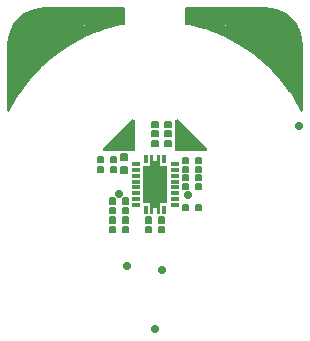
<source format=gbr>
G04 EAGLE Gerber RS-274X export*
G75*
%MOMM*%
%FSLAX34Y34*%
%LPD*%
%INSoldermask Top*%
%IPPOS*%
%AMOC8*
5,1,8,0,0,1.08239X$1,22.5*%
G01*
%ADD10C,0.200000*%
%ADD11C,0.500000*%
%ADD12C,0.150000*%
%ADD13R,0.340000X0.700000*%
%ADD14R,0.700000X0.340000*%
%ADD15C,0.140000*%
%ADD16C,0.704800*%
%ADD17C,2.100000*%
%ADD18C,1.375000*%

G36*
X4100Y189809D02*
X4100Y189809D01*
X4128Y189809D01*
X4237Y189839D01*
X4348Y189863D01*
X4373Y189877D01*
X4400Y189884D01*
X4496Y189944D01*
X4596Y189998D01*
X4616Y190018D01*
X4640Y190032D01*
X4716Y190116D01*
X4796Y190196D01*
X4810Y190221D01*
X4829Y190242D01*
X4878Y190344D01*
X4933Y190443D01*
X4939Y190469D01*
X4952Y190495D01*
X4971Y190620D01*
X4998Y190744D01*
X5458Y198940D01*
X6824Y206977D01*
X9080Y214811D01*
X12200Y222343D01*
X16144Y229478D01*
X20861Y236127D01*
X26294Y242206D01*
X32373Y247639D01*
X39022Y252356D01*
X46157Y256300D01*
X53689Y259420D01*
X61523Y261676D01*
X69560Y263042D01*
X77728Y263501D01*
X102000Y263501D01*
X102064Y263510D01*
X102128Y263509D01*
X102203Y263530D01*
X102279Y263541D01*
X102338Y263567D01*
X102400Y263584D01*
X102466Y263625D01*
X102536Y263657D01*
X102585Y263699D01*
X102640Y263732D01*
X102692Y263790D01*
X102750Y263840D01*
X102786Y263894D01*
X102829Y263942D01*
X102862Y264011D01*
X102905Y264076D01*
X102924Y264138D01*
X102952Y264195D01*
X102963Y264265D01*
X102987Y264346D01*
X102988Y264431D01*
X102999Y264500D01*
X102999Y277000D01*
X102990Y277064D01*
X102991Y277128D01*
X102970Y277203D01*
X102959Y277279D01*
X102933Y277338D01*
X102916Y277400D01*
X102875Y277466D01*
X102843Y277536D01*
X102801Y277585D01*
X102768Y277640D01*
X102710Y277692D01*
X102660Y277750D01*
X102606Y277786D01*
X102558Y277829D01*
X102489Y277862D01*
X102424Y277905D01*
X102362Y277924D01*
X102305Y277952D01*
X102235Y277963D01*
X102154Y277987D01*
X102069Y277988D01*
X102000Y277999D01*
X34000Y277999D01*
X33962Y277994D01*
X33929Y277997D01*
X29659Y277691D01*
X29583Y277675D01*
X29518Y277671D01*
X25336Y276761D01*
X25263Y276734D01*
X25199Y276721D01*
X21188Y275225D01*
X21120Y275188D01*
X21059Y275166D01*
X17302Y273115D01*
X17240Y273068D01*
X17182Y273038D01*
X13755Y270472D01*
X13700Y270418D01*
X13648Y270379D01*
X10621Y267352D01*
X10574Y267290D01*
X10528Y267245D01*
X7962Y263818D01*
X7925Y263750D01*
X7885Y263698D01*
X5834Y259941D01*
X5807Y259869D01*
X5775Y259812D01*
X4279Y255801D01*
X4262Y255725D01*
X4239Y255664D01*
X3329Y251482D01*
X3323Y251404D01*
X3309Y251341D01*
X3003Y247071D01*
X3006Y247033D01*
X3001Y247000D01*
X3001Y190800D01*
X3017Y190688D01*
X3026Y190575D01*
X3037Y190549D01*
X3041Y190521D01*
X3087Y190418D01*
X3128Y190312D01*
X3145Y190289D01*
X3157Y190264D01*
X3230Y190178D01*
X3299Y190088D01*
X3322Y190071D01*
X3340Y190050D01*
X3435Y189988D01*
X3526Y189920D01*
X3553Y189911D01*
X3576Y189895D01*
X3684Y189862D01*
X3791Y189823D01*
X3819Y189821D01*
X3846Y189813D01*
X3959Y189811D01*
X4072Y189803D01*
X4100Y189809D01*
G37*
G36*
X252015Y189810D02*
X252015Y189810D01*
X252128Y189809D01*
X252155Y189816D01*
X252183Y189818D01*
X252290Y189854D01*
X252400Y189884D01*
X252424Y189899D01*
X252450Y189908D01*
X252543Y189973D01*
X252640Y190032D01*
X252659Y190053D01*
X252682Y190069D01*
X252753Y190157D01*
X252829Y190242D01*
X252841Y190267D01*
X252859Y190289D01*
X252902Y190394D01*
X252952Y190495D01*
X252956Y190522D01*
X252967Y190549D01*
X252980Y190675D01*
X252999Y190800D01*
X252999Y247000D01*
X252994Y247038D01*
X252997Y247071D01*
X252691Y251341D01*
X252675Y251417D01*
X252671Y251482D01*
X251761Y255664D01*
X251734Y255737D01*
X251721Y255801D01*
X250225Y259812D01*
X250188Y259880D01*
X250166Y259941D01*
X248115Y263698D01*
X248068Y263760D01*
X248038Y263818D01*
X245472Y267245D01*
X245418Y267300D01*
X245379Y267352D01*
X242352Y270379D01*
X242290Y270426D01*
X242245Y270472D01*
X238818Y273038D01*
X238750Y273075D01*
X238698Y273115D01*
X234941Y275166D01*
X234869Y275193D01*
X234812Y275225D01*
X230801Y276721D01*
X230725Y276738D01*
X230664Y276761D01*
X226482Y277671D01*
X226404Y277677D01*
X226341Y277691D01*
X222071Y277997D01*
X222033Y277994D01*
X222000Y277999D01*
X154000Y277999D01*
X153936Y277990D01*
X153872Y277991D01*
X153797Y277970D01*
X153721Y277959D01*
X153662Y277933D01*
X153600Y277916D01*
X153534Y277875D01*
X153464Y277843D01*
X153415Y277801D01*
X153360Y277768D01*
X153308Y277710D01*
X153250Y277660D01*
X153214Y277606D01*
X153171Y277558D01*
X153138Y277489D01*
X153095Y277424D01*
X153076Y277362D01*
X153048Y277305D01*
X153037Y277235D01*
X153013Y277154D01*
X153012Y277069D01*
X153001Y277000D01*
X153001Y264500D01*
X153010Y264436D01*
X153009Y264372D01*
X153030Y264297D01*
X153041Y264221D01*
X153067Y264162D01*
X153084Y264100D01*
X153125Y264034D01*
X153157Y263964D01*
X153199Y263915D01*
X153232Y263860D01*
X153290Y263808D01*
X153340Y263750D01*
X153394Y263714D01*
X153442Y263671D01*
X153511Y263638D01*
X153576Y263595D01*
X153638Y263576D01*
X153695Y263548D01*
X153765Y263537D01*
X153846Y263513D01*
X153931Y263512D01*
X154000Y263501D01*
X178272Y263501D01*
X186440Y263042D01*
X194477Y261676D01*
X202311Y259420D01*
X209843Y256300D01*
X216978Y252356D01*
X223627Y247639D01*
X229706Y242206D01*
X235139Y236127D01*
X239856Y229478D01*
X243800Y222343D01*
X246920Y214811D01*
X249176Y206977D01*
X250542Y198940D01*
X251002Y190744D01*
X251025Y190633D01*
X251041Y190521D01*
X251052Y190495D01*
X251058Y190467D01*
X251110Y190367D01*
X251157Y190264D01*
X251175Y190242D01*
X251188Y190217D01*
X251267Y190136D01*
X251340Y190050D01*
X251364Y190034D01*
X251383Y190014D01*
X251481Y189957D01*
X251576Y189895D01*
X251603Y189887D01*
X251628Y189873D01*
X251738Y189846D01*
X251846Y189813D01*
X251874Y189812D01*
X251901Y189806D01*
X252015Y189810D01*
G37*
G36*
X126505Y103374D02*
X126505Y103374D01*
X126505Y103375D01*
X126505Y108620D01*
X129495Y108620D01*
X129495Y103375D01*
X129499Y103370D01*
X129500Y103370D01*
X132000Y103370D01*
X132005Y103374D01*
X132005Y103375D01*
X132005Y112620D01*
X138500Y112620D01*
X138505Y112624D01*
X138505Y112625D01*
X138505Y143625D01*
X138501Y143630D01*
X138500Y143630D01*
X132005Y143630D01*
X132005Y152875D01*
X132001Y152880D01*
X132000Y152880D01*
X129500Y152880D01*
X129495Y152876D01*
X129495Y152875D01*
X129495Y147630D01*
X126505Y147630D01*
X126505Y152875D01*
X126501Y152880D01*
X126500Y152880D01*
X124000Y152880D01*
X123995Y152876D01*
X123995Y152875D01*
X123995Y143630D01*
X117500Y143630D01*
X117495Y143626D01*
X117495Y143625D01*
X117495Y112625D01*
X117499Y112620D01*
X117500Y112620D01*
X123995Y112620D01*
X123995Y103375D01*
X123999Y103370D01*
X124000Y103370D01*
X126500Y103370D01*
X126505Y103374D01*
G37*
G36*
X109100Y156120D02*
X109100Y156120D01*
X109101Y156120D01*
X109618Y156188D01*
X109619Y156189D01*
X109620Y156189D01*
X110102Y156388D01*
X110102Y156389D01*
X110103Y156389D01*
X110517Y156707D01*
X110517Y156708D01*
X110518Y156708D01*
X110836Y157122D01*
X110836Y157123D01*
X110837Y157123D01*
X111036Y157605D01*
X111036Y157606D01*
X111037Y157607D01*
X111105Y158124D01*
X111105Y158125D01*
X111105Y181297D01*
X111019Y181878D01*
X111018Y181879D01*
X110767Y182410D01*
X110767Y182411D01*
X110372Y182846D01*
X110371Y182847D01*
X109868Y183149D01*
X109867Y183148D01*
X109867Y183149D01*
X109297Y183292D01*
X109296Y183291D01*
X109296Y183292D01*
X109240Y183289D01*
X109239Y183289D01*
X109139Y183284D01*
X109138Y183284D01*
X109038Y183279D01*
X109037Y183279D01*
X108937Y183274D01*
X108936Y183274D01*
X108835Y183269D01*
X108734Y183264D01*
X108710Y183263D01*
X108709Y183262D01*
X108708Y183263D01*
X108156Y183065D01*
X108155Y183064D01*
X108154Y183064D01*
X107683Y182715D01*
X107683Y182714D01*
X107682Y182714D01*
X84511Y159543D01*
X84511Y159542D01*
X84510Y159542D01*
X84161Y159071D01*
X84161Y159070D01*
X84160Y159070D01*
X83962Y158517D01*
X83963Y158516D01*
X83962Y158516D01*
X83962Y158515D01*
X83933Y157929D01*
X83934Y157928D01*
X83933Y157928D01*
X84076Y157358D01*
X84077Y157358D01*
X84076Y157357D01*
X84378Y156854D01*
X84379Y156853D01*
X84814Y156458D01*
X84815Y156458D01*
X85346Y156207D01*
X85347Y156207D01*
X85347Y156206D01*
X85928Y156120D01*
X109100Y156120D01*
X109100Y156120D01*
G37*
G36*
X170072Y156120D02*
X170072Y156120D01*
X170653Y156206D01*
X170654Y156207D01*
X171185Y156458D01*
X171186Y156458D01*
X171621Y156853D01*
X171621Y156854D01*
X171622Y156854D01*
X171924Y157357D01*
X171923Y157358D01*
X171924Y157358D01*
X172067Y157928D01*
X172066Y157928D01*
X172066Y157929D01*
X172067Y157929D01*
X172038Y158515D01*
X172037Y158516D01*
X172038Y158517D01*
X171840Y159070D01*
X171839Y159070D01*
X171839Y159071D01*
X171490Y159542D01*
X171489Y159542D01*
X171489Y159543D01*
X148318Y182714D01*
X148317Y182714D01*
X148317Y182715D01*
X147846Y183064D01*
X147845Y183064D01*
X147845Y183065D01*
X147292Y183263D01*
X147291Y183262D01*
X147290Y183263D01*
X147266Y183264D01*
X147165Y183269D01*
X147064Y183274D01*
X147063Y183274D01*
X146963Y183279D01*
X146962Y183279D01*
X146862Y183284D01*
X146861Y183284D01*
X146761Y183289D01*
X146760Y183289D01*
X146704Y183292D01*
X146703Y183291D01*
X146703Y183292D01*
X146133Y183149D01*
X146133Y183148D01*
X146132Y183149D01*
X145629Y182847D01*
X145628Y182846D01*
X145233Y182411D01*
X145233Y182410D01*
X144982Y181879D01*
X144982Y181878D01*
X144981Y181878D01*
X144980Y181869D01*
X144967Y181784D01*
X144958Y181725D01*
X144946Y181640D01*
X144933Y181556D01*
X144921Y181471D01*
X144912Y181412D01*
X144900Y181327D01*
X144899Y181327D01*
X144895Y181297D01*
X144895Y158125D01*
X144895Y158124D01*
X144963Y157607D01*
X144964Y157606D01*
X144964Y157605D01*
X145163Y157123D01*
X145164Y157123D01*
X145164Y157122D01*
X145482Y156708D01*
X145483Y156708D01*
X145483Y156707D01*
X145897Y156389D01*
X145898Y156389D01*
X145898Y156388D01*
X146380Y156189D01*
X146381Y156189D01*
X146382Y156188D01*
X146899Y156120D01*
X146900Y156120D01*
X170072Y156120D01*
X170072Y156120D01*
G37*
D10*
X102000Y264500D02*
X102000Y264536D01*
X102000Y264537D02*
X102004Y264543D01*
X102010Y264547D01*
X102017Y264550D01*
D11*
X90500Y263500D02*
X47000Y257500D01*
X11500Y225500D01*
X6000Y197500D01*
X17000Y226000D01*
X49500Y254500D01*
X78000Y260000D01*
X48500Y249500D01*
X19000Y221500D01*
X12500Y208500D01*
X25500Y226000D01*
X44000Y241500D01*
X61500Y252500D01*
D10*
X102017Y264449D02*
X98742Y263787D01*
X95484Y263047D01*
X92244Y262228D01*
X89025Y261332D01*
X85829Y260358D01*
X82657Y259308D01*
X79511Y258182D01*
X76393Y256980D01*
X73305Y255704D01*
X70248Y254354D01*
X67225Y252931D01*
X64237Y251436D01*
X61285Y249869D01*
X58373Y248232D01*
X55500Y246525D01*
X52669Y244749D01*
X49882Y242906D01*
X47140Y240997D01*
X44445Y239022D01*
X41798Y236983D01*
X39201Y234880D01*
X36655Y232716D01*
X34162Y230491D01*
X31723Y228207D01*
X29340Y225865D01*
X27013Y223467D01*
X24746Y221013D01*
X22537Y218505D01*
X20390Y215945D01*
X18305Y213334D01*
X16283Y210673D01*
X14326Y207965D01*
X12435Y205210D01*
X10610Y202411D01*
X8853Y199569D01*
X7165Y196685D01*
X5547Y193762D01*
X4000Y190800D01*
X154000Y264500D02*
X154000Y277000D01*
X222000Y277000D01*
X222725Y276991D01*
X223449Y276965D01*
X224173Y276921D01*
X224895Y276860D01*
X225616Y276781D01*
X226335Y276685D01*
X227051Y276572D01*
X227764Y276441D01*
X228474Y276293D01*
X229179Y276128D01*
X229881Y275946D01*
X230578Y275747D01*
X231271Y275532D01*
X231957Y275299D01*
X232638Y275050D01*
X233313Y274785D01*
X233981Y274504D01*
X234642Y274206D01*
X235296Y273893D01*
X235942Y273564D01*
X236580Y273219D01*
X237209Y272859D01*
X237829Y272484D01*
X238440Y272094D01*
X239042Y271690D01*
X239634Y271271D01*
X240215Y270837D01*
X240786Y270390D01*
X241345Y269929D01*
X241894Y269455D01*
X242430Y268968D01*
X242955Y268468D01*
X243468Y267955D01*
X243968Y267430D01*
X244455Y266894D01*
X244929Y266345D01*
X245390Y265786D01*
X245837Y265215D01*
X246271Y264634D01*
X246690Y264042D01*
X247094Y263440D01*
X247484Y262829D01*
X247859Y262209D01*
X248219Y261580D01*
X248564Y260942D01*
X248893Y260296D01*
X249206Y259642D01*
X249504Y258981D01*
X249785Y258313D01*
X250050Y257638D01*
X250299Y256957D01*
X250532Y256271D01*
X250747Y255578D01*
X250946Y254881D01*
X251128Y254179D01*
X251293Y253474D01*
X251441Y252764D01*
X251572Y252051D01*
X251685Y251335D01*
X251781Y250616D01*
X251860Y249895D01*
X251921Y249173D01*
X251965Y248449D01*
X251991Y247725D01*
X252000Y247000D01*
X252000Y190800D01*
X250454Y193764D01*
X248837Y196690D01*
X247151Y199576D01*
X245395Y202421D01*
X243571Y205223D01*
X241681Y207980D01*
X239724Y210691D01*
X237703Y213354D01*
X235619Y215968D01*
X233472Y218530D01*
X231265Y221041D01*
X228997Y223498D01*
X226671Y225899D01*
X224289Y228244D01*
X221850Y230530D01*
X219357Y232758D01*
X216811Y234925D01*
X214214Y237030D01*
X211567Y239072D01*
X208872Y241049D01*
X206130Y242962D01*
X203342Y244807D01*
X200512Y246586D01*
X197639Y248295D01*
X194726Y249935D01*
X191774Y251505D01*
X188785Y253003D01*
X185762Y254429D01*
X182704Y255781D01*
X179616Y257060D01*
X176497Y258264D01*
X173350Y259393D01*
X170177Y260446D01*
X166980Y261422D01*
X163760Y262321D01*
X160519Y263142D01*
X157260Y263885D01*
X153983Y264549D01*
D11*
X165500Y263500D02*
X209000Y257500D01*
X244500Y225500D01*
X250000Y197500D01*
X239000Y226000D01*
X206500Y254500D01*
X178000Y260000D01*
X207500Y249500D01*
X237000Y221500D01*
X243500Y208500D01*
X230500Y226000D01*
X212000Y241500D01*
X194500Y252500D01*
D12*
X135750Y92375D02*
X131250Y92375D01*
X135750Y92375D02*
X135750Y87875D01*
X131250Y87875D01*
X131250Y92375D01*
X131250Y89300D02*
X135750Y89300D01*
X135750Y90725D02*
X131250Y90725D01*
X131250Y92150D02*
X135750Y92150D01*
X124750Y92375D02*
X120250Y92375D01*
X124750Y92375D02*
X124750Y87875D01*
X120250Y87875D01*
X120250Y92375D01*
X120250Y89300D02*
X124750Y89300D01*
X124750Y90725D02*
X120250Y90725D01*
X120250Y92150D02*
X124750Y92150D01*
X125750Y160875D02*
X130250Y160875D01*
X125750Y160875D02*
X125750Y165375D01*
X130250Y165375D01*
X130250Y160875D01*
X130250Y162300D02*
X125750Y162300D01*
X125750Y163725D02*
X130250Y163725D01*
X130250Y165150D02*
X125750Y165150D01*
X136750Y160875D02*
X141250Y160875D01*
X136750Y160875D02*
X136750Y165375D01*
X141250Y165375D01*
X141250Y160875D01*
X141250Y162300D02*
X136750Y162300D01*
X136750Y163725D02*
X141250Y163725D01*
X141250Y165150D02*
X136750Y165150D01*
X130250Y168875D02*
X125750Y168875D01*
X125750Y173375D01*
X130250Y173375D01*
X130250Y168875D01*
X130250Y170300D02*
X125750Y170300D01*
X125750Y171725D02*
X130250Y171725D01*
X130250Y173150D02*
X125750Y173150D01*
X136750Y168875D02*
X141250Y168875D01*
X136750Y168875D02*
X136750Y173375D01*
X141250Y173375D01*
X141250Y168875D01*
X141250Y170300D02*
X136750Y170300D01*
X136750Y171725D02*
X141250Y171725D01*
X141250Y173150D02*
X136750Y173150D01*
X130250Y176875D02*
X125750Y176875D01*
X125750Y181375D01*
X130250Y181375D01*
X130250Y176875D01*
X130250Y178300D02*
X125750Y178300D01*
X125750Y179725D02*
X130250Y179725D01*
X130250Y181150D02*
X125750Y181150D01*
X136750Y176875D02*
X141250Y176875D01*
X136750Y176875D02*
X136750Y181375D01*
X141250Y181375D01*
X141250Y176875D01*
X141250Y178300D02*
X136750Y178300D01*
X136750Y179725D02*
X141250Y179725D01*
X141250Y181150D02*
X136750Y181150D01*
X135750Y100375D02*
X131250Y100375D01*
X135750Y100375D02*
X135750Y95875D01*
X131250Y95875D01*
X131250Y100375D01*
X131250Y97300D02*
X135750Y97300D01*
X135750Y98725D02*
X131250Y98725D01*
X131250Y100150D02*
X135750Y100150D01*
X124750Y100375D02*
X120250Y100375D01*
X124750Y100375D02*
X124750Y95875D01*
X120250Y95875D01*
X120250Y100375D01*
X120250Y97300D02*
X124750Y97300D01*
X124750Y98725D02*
X120250Y98725D01*
X120250Y100150D02*
X124750Y100150D01*
X162750Y110875D02*
X167250Y110875D01*
X167250Y106375D01*
X162750Y106375D01*
X162750Y110875D01*
X162750Y107800D02*
X167250Y107800D01*
X167250Y109225D02*
X162750Y109225D01*
X162750Y110650D02*
X167250Y110650D01*
X156250Y110875D02*
X151750Y110875D01*
X156250Y110875D02*
X156250Y106375D01*
X151750Y106375D01*
X151750Y110875D01*
X151750Y107800D02*
X156250Y107800D01*
X156250Y109225D02*
X151750Y109225D01*
X151750Y110650D02*
X156250Y110650D01*
X162750Y128875D02*
X167250Y128875D01*
X167250Y124375D01*
X162750Y124375D01*
X162750Y128875D01*
X162750Y125800D02*
X167250Y125800D01*
X167250Y127225D02*
X162750Y127225D01*
X162750Y128650D02*
X167250Y128650D01*
X156250Y128875D02*
X151750Y128875D01*
X156250Y128875D02*
X156250Y124375D01*
X151750Y124375D01*
X151750Y128875D01*
X151750Y125800D02*
X156250Y125800D01*
X156250Y127225D02*
X151750Y127225D01*
X151750Y128650D02*
X156250Y128650D01*
X162750Y136125D02*
X167250Y136125D01*
X167250Y131625D01*
X162750Y131625D01*
X162750Y136125D01*
X162750Y133050D02*
X167250Y133050D01*
X167250Y134475D02*
X162750Y134475D01*
X162750Y135900D02*
X167250Y135900D01*
X156250Y136125D02*
X151750Y136125D01*
X156250Y136125D02*
X156250Y131625D01*
X151750Y131625D01*
X151750Y136125D01*
X151750Y133050D02*
X156250Y133050D01*
X156250Y134475D02*
X151750Y134475D01*
X151750Y135900D02*
X156250Y135900D01*
X105250Y92375D02*
X100750Y92375D01*
X105250Y92375D02*
X105250Y87875D01*
X100750Y87875D01*
X100750Y92375D01*
X100750Y89300D02*
X105250Y89300D01*
X105250Y90725D02*
X100750Y90725D01*
X100750Y92150D02*
X105250Y92150D01*
X94250Y92375D02*
X89750Y92375D01*
X94250Y92375D02*
X94250Y87875D01*
X89750Y87875D01*
X89750Y92375D01*
X89750Y89300D02*
X94250Y89300D01*
X94250Y90725D02*
X89750Y90725D01*
X89750Y92150D02*
X94250Y92150D01*
X100750Y100375D02*
X105250Y100375D01*
X105250Y95875D01*
X100750Y95875D01*
X100750Y100375D01*
X100750Y97300D02*
X105250Y97300D01*
X105250Y98725D02*
X100750Y98725D01*
X100750Y100150D02*
X105250Y100150D01*
X94250Y100375D02*
X89750Y100375D01*
X94250Y100375D02*
X94250Y95875D01*
X89750Y95875D01*
X89750Y100375D01*
X89750Y97300D02*
X94250Y97300D01*
X94250Y98725D02*
X89750Y98725D01*
X89750Y100150D02*
X94250Y100150D01*
X100750Y108375D02*
X105250Y108375D01*
X105250Y103875D01*
X100750Y103875D01*
X100750Y108375D01*
X100750Y105300D02*
X105250Y105300D01*
X105250Y106725D02*
X100750Y106725D01*
X100750Y108150D02*
X105250Y108150D01*
X94250Y108375D02*
X89750Y108375D01*
X94250Y108375D02*
X94250Y103875D01*
X89750Y103875D01*
X89750Y108375D01*
X89750Y105300D02*
X94250Y105300D01*
X94250Y106725D02*
X89750Y106725D01*
X89750Y108150D02*
X94250Y108150D01*
X100750Y116375D02*
X105250Y116375D01*
X105250Y111875D01*
X100750Y111875D01*
X100750Y116375D01*
X100750Y113300D02*
X105250Y113300D01*
X105250Y114725D02*
X100750Y114725D01*
X100750Y116150D02*
X105250Y116150D01*
X94250Y116375D02*
X89750Y116375D01*
X94250Y116375D02*
X94250Y111875D01*
X89750Y111875D01*
X89750Y116375D01*
X89750Y113300D02*
X94250Y113300D01*
X94250Y114725D02*
X89750Y114725D01*
X89750Y116150D02*
X94250Y116150D01*
X84250Y138875D02*
X79750Y138875D01*
X79750Y143375D01*
X84250Y143375D01*
X84250Y138875D01*
X84250Y140300D02*
X79750Y140300D01*
X79750Y141725D02*
X84250Y141725D01*
X84250Y143150D02*
X79750Y143150D01*
X90750Y138875D02*
X95250Y138875D01*
X90750Y138875D02*
X90750Y143375D01*
X95250Y143375D01*
X95250Y138875D01*
X95250Y140300D02*
X90750Y140300D01*
X90750Y141725D02*
X95250Y141725D01*
X95250Y143150D02*
X90750Y143150D01*
X90750Y151375D02*
X95250Y151375D01*
X95250Y146875D01*
X90750Y146875D01*
X90750Y151375D01*
X90750Y148300D02*
X95250Y148300D01*
X95250Y149725D02*
X90750Y149725D01*
X90750Y151150D02*
X95250Y151150D01*
X84250Y151375D02*
X79750Y151375D01*
X84250Y151375D02*
X84250Y146875D01*
X79750Y146875D01*
X79750Y151375D01*
X79750Y148300D02*
X84250Y148300D01*
X84250Y149725D02*
X79750Y149725D01*
X79750Y151150D02*
X84250Y151150D01*
D13*
X135500Y106625D03*
D14*
X144500Y110625D03*
X144500Y115625D03*
X144500Y120625D03*
X144500Y125625D03*
X144500Y130625D03*
X144500Y135625D03*
X144500Y140625D03*
X144500Y145625D03*
D13*
X135500Y149625D03*
X120500Y149625D03*
D14*
X111500Y145625D03*
X111500Y140625D03*
X111500Y135625D03*
X111500Y130625D03*
X111500Y125625D03*
X111500Y120625D03*
X111500Y115625D03*
X111500Y110625D03*
D13*
X120500Y106625D03*
D15*
X126200Y124325D02*
X126200Y131925D01*
X129800Y131925D01*
X129800Y124325D01*
X126200Y124325D01*
X126200Y125655D02*
X129800Y125655D01*
X129800Y126985D02*
X126200Y126985D01*
X126200Y128315D02*
X129800Y128315D01*
X129800Y129645D02*
X126200Y129645D01*
X126200Y130975D02*
X129800Y130975D01*
D12*
X99500Y149250D02*
X99500Y153750D01*
X104000Y153750D01*
X104000Y149250D01*
X99500Y149250D01*
X99500Y150675D02*
X104000Y150675D01*
X104000Y152100D02*
X99500Y152100D01*
X99500Y153525D02*
X104000Y153525D01*
X99500Y142750D02*
X99500Y138250D01*
X99500Y142750D02*
X104000Y142750D01*
X104000Y138250D01*
X99500Y138250D01*
X99500Y139675D02*
X104000Y139675D01*
X104000Y141100D02*
X99500Y141100D01*
X99500Y142525D02*
X104000Y142525D01*
X162750Y143250D02*
X167250Y143250D01*
X167250Y138750D01*
X162750Y138750D01*
X162750Y143250D01*
X162750Y140175D02*
X167250Y140175D01*
X167250Y141600D02*
X162750Y141600D01*
X162750Y143025D02*
X167250Y143025D01*
X156250Y143250D02*
X151750Y143250D01*
X156250Y143250D02*
X156250Y138750D01*
X151750Y138750D01*
X151750Y143250D01*
X151750Y140175D02*
X156250Y140175D01*
X156250Y141600D02*
X151750Y141600D01*
X151750Y143025D02*
X156250Y143025D01*
X162750Y150500D02*
X167250Y150500D01*
X167250Y146000D01*
X162750Y146000D01*
X162750Y150500D01*
X162750Y147425D02*
X167250Y147425D01*
X167250Y148850D02*
X162750Y148850D01*
X162750Y150275D02*
X167250Y150275D01*
X156250Y150500D02*
X151750Y150500D01*
X156250Y150500D02*
X156250Y146000D01*
X151750Y146000D01*
X151750Y150500D01*
X151750Y147425D02*
X156250Y147425D01*
X156250Y148850D02*
X151750Y148850D01*
X151750Y150275D02*
X156250Y150275D01*
D16*
X128000Y6050D03*
X133700Y55700D03*
X249500Y178000D03*
X104550Y58950D03*
X156000Y119000D03*
D17*
X229600Y256000D03*
D18*
X153400Y164500D03*
D16*
X97500Y120425D03*
D17*
X26400Y256000D03*
D18*
X102600Y164500D03*
D16*
X128000Y138500D03*
X128000Y117500D03*
X133500Y128000D03*
X122500Y128000D03*
M02*

</source>
